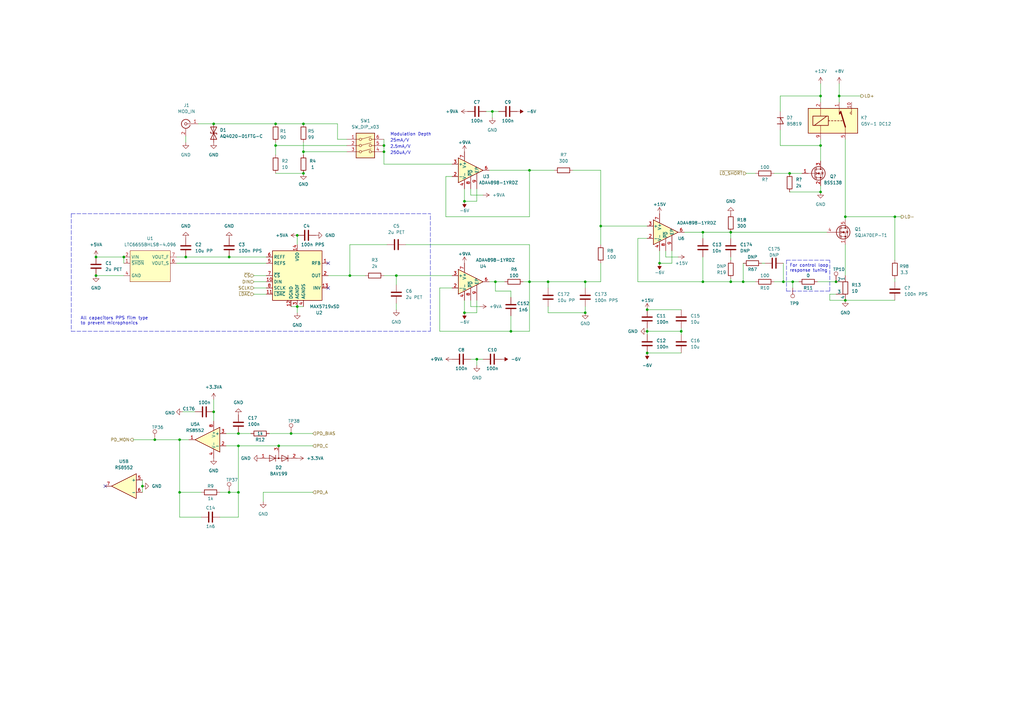
<source format=kicad_sch>
(kicad_sch (version 20211123) (generator eeschema)
  (paper "A3")
  (title_block (title "Kirdy") (date "2022-07-03") (rev "r0.1") (company "M-Labs") (comment 1 "Alex Wong Tat Hang"))
  (lib_symbols
    (symbol "Amplifier_Operational:ADA4898-1YRDZ" (pin_names (offset 0.127))
      (property "Reference" "U" (at 3.81 3.81 0))
      (property "Value" "ADA4898-1YRDZ" (at 11.43 -2.54 0))
      (symbol "ADA4898-1YRDZ_1_1"
        (pin input line (at -7.62 -2.54 0) (length 2.54) (name "-") (number "2"))
        (pin input line (at -7.62 2.54 0) (length 2.54) (name "+") (number "3"))
        (pin power_in line (at -2.54 -7.62 90) (length 3.81) (name "V-") (number "4"))
        (pin output line (at 7.62 0 180) (length 2.54) (name "~") (number "6"))
        (pin power_in line (at -2.54 7.62 270) (length 3.81) (name "V+") (number "7"))
        (pin input line (at 0 -7.62 90) (length 5.08) (name "~{PD}") (number "8"))
        (pin passive line (at 2.54 -7.62 90) (length 6.35) (name "EP") (number "9"))
      )
    )
    (symbol "Analog_DAC:MAX5719xSD"
      (property "Reference" "U" (at -10.16 11.43 0))
      (property "Value" "MAX5719xSD" (at 1.27 11.43 0))
      (symbol "MAX5719xSD_1_1"
        (pin passive line (at 12.7 5.08 180) (length 2.54) (name "RFB") (number "1"))
        (pin input line (at -12.7 -2.54 0) (length 2.54) (name "DIN") (number "10"))
        (pin input line (at -12.7 -7.62 0) (length 2.54) (name "~{LDAC}") (number "11"))
        (pin power_in line (at -2.54 -12.7 90) (length 2.54) (name "DGND") (number "12"))
        (pin passive line (at 12.7 -5.08 180) (length 2.54) (name "INV") (number "13"))
        (pin power_in line (at 0 12.7 270) (length 2.54) (name "VDD") (number "14"))
        (pin output line (at 12.7 0 180) (length 2.54) (name "OUT") (number "2"))
        (pin power_in line (at 0 -12.7 90) (length 2.54) (name "AGNDF") (number "3"))
        (pin power_in line (at 2.54 -12.7 90) (length 2.54) (name "AGNDS") (number "4"))
        (pin input line (at -12.7 5.08 0) (length 2.54) (name "REFS") (number "5"))
        (pin input line (at -12.7 7.62 0) (length 2.54) (name "REFF") (number "6"))
        (pin input line (at -12.7 0 0) (length 2.54) (name "~{CS}") (number "7"))
        (pin input line (at -12.7 -5.08 0) (length 2.54) (name "SCLK") (number "8"))
        (pin no_connect line (at 10.16 -7.62 180) (length 2.54) hide (name "NC") (number "9"))
      )
    )
    (symbol "Connector:Conn_Coaxial" (pin_names (offset 1.016) hide)
      (property "Reference" "J" (at 0.254 3.048 0))
      (property "Value" "Conn_Coaxial" (at 2.921 0 90))
      (symbol "Conn_Coaxial_1_1"
        (pin passive line (at -5.08 0 0) (length 2.54) (name "In") (number "1"))
        (pin passive line (at 0 -5.08 90) (length 2.54) (name "Ext") (number "2"))
      )
    )
    (symbol "Connector:TestPoint" (pin_numbers hide) (pin_names (offset 0.762) hide)
      (property "Reference" "TP" (at 0 6.858 0))
      (property "Value" "TestPoint" (at 0 5.08 0))
      (symbol "TestPoint_1_1"
        (pin passive line (at 0 0 90) (length 2.54) (name "1") (number "1"))
      )
    )
    (symbol "Device:C" (pin_numbers hide) (pin_names (offset 0.254))
      (property "Reference" "C" (at 0.635 2.54 0))
      (property "Value" "C" (at 0.635 -2.54 0))
      (symbol "C_1_1"
        (pin passive line (at 0 3.81 270) (length 2.794) (name "~") (number "1"))
        (pin passive line (at 0 -3.81 90) (length 2.794) (name "~") (number "2"))
      )
    )
    (symbol "Device:D_Shockley" (pin_numbers hide) (pin_names (offset 1.016) hide)
      (property "Reference" "D" (at 0 2.54 0))
      (property "Value" "D_Shockley" (at 0 -2.54 0))
      (symbol "D_Shockley_1_1"
        (pin passive line (at -3.81 0 0) (length 2.54) (name "K") (number "1"))
        (pin passive line (at 3.81 0 180) (length 2.54) (name "A") (number "2"))
      )
    )
    (symbol "Device:D_TVS" (pin_numbers hide) (pin_names (offset 1.016) hide)
      (property "Reference" "D" (at 0 2.54 0))
      (property "Value" "D_TVS" (at 0 -2.54 0))
      (symbol "D_TVS_1_1"
        (pin passive line (at -3.81 0 0) (length 2.54) (name "A1") (number "1"))
        (pin passive line (at 3.81 0 180) (length 2.54) (name "A2") (number "2"))
      )
    )
    (symbol "Device:R" (pin_numbers hide) (pin_names (offset 0))
      (property "Reference" "R" (at 2.032 0 90))
      (property "Value" "R" (at 0 0 90))
      (symbol "R_1_1"
        (pin passive line (at 0 3.81 270) (length 1.27) (name "~") (number "1"))
        (pin passive line (at 0 -3.81 90) (length 1.27) (name "~") (number "2"))
      )
    )
    (symbol "Device:R_Shunt" (pin_numbers hide) (pin_names (offset 0))
      (property "Reference" "R" (at -4.445 0 90))
      (property "Value" "R_Shunt" (at -2.54 0 90))
      (symbol "R_Shunt_1_1"
        (pin passive line (at 0 5.08 270) (length 2.54) (name "1") (number "1"))
        (pin passive line (at 3.81 2.54 180) (length 2.54) (name "2") (number "2"))
        (pin passive line (at 3.81 -2.54 180) (length 2.54) (name "3") (number "3"))
        (pin passive line (at 0 -5.08 90) (length 2.54) (name "4") (number "4"))
      )
    )
    (symbol "Diode:BAV99" (pin_names hide)
      (property "Reference" "D" (at 0 5.08 0))
      (property "Value" "BAV99" (at 0 2.54 0))
      (symbol "BAV99_1_1"
        (pin passive line (at -7.62 0 0) (length 2.54) (name "K") (number "1"))
        (pin passive line (at 7.62 0 180) (length 2.54) (name "A") (number "2"))
        (pin passive line (at 0 -5.08 90) (length 2.54) (name "K") (number "3"))
      )
    )
    (symbol "Relay:G5V-1"
      (property "Reference" "K" (at 11.43 3.81 0))
      (property "Value" "G5V-1" (at 11.43 1.27 0))
      (symbol "G5V-1_1_1"
        (pin passive line (at 2.54 7.62 270) (length 2.54) (name "~") (number "1"))
        (pin passive line (at 7.62 7.62 270) (length 2.54) (name "~") (number "10"))
        (pin passive line (at -5.08 7.62 270) (length 2.54) (name "~") (number "2"))
        (pin passive line (at 5.08 -7.62 90) (length 2.54) (name "~") (number "5"))
        (pin passive line (at 5.08 -7.62 90) (length 2.54) hide (name "~") (number "6"))
        (pin passive line (at -5.08 -7.62 90) (length 2.54) (name "~") (number "9"))
      )
    )
    (symbol "Switch:SW_DIP_x03" (pin_names (offset 0) hide)
      (property "Reference" "SW" (at 0 8.89 0))
      (property "Value" "SW_DIP_x03" (at 0 -3.81 0))
      (symbol "SW_DIP_x03_1_1"
        (pin passive line (at -7.62 5.08 0) (length 5.08) (name "~") (number "1"))
        (pin passive line (at -7.62 2.54 0) (length 5.08) (name "~") (number "2"))
        (pin passive line (at -7.62 0 0) (length 5.08) (name "~") (number "3"))
        (pin passive line (at 7.62 0 180) (length 5.08) (name "~") (number "4"))
        (pin passive line (at 7.62 2.54 180) (length 5.08) (name "~") (number "5"))
        (pin passive line (at 7.62 5.08 180) (length 5.08) (name "~") (number "6"))
      )
    )
    (symbol "Transistor_FET:BSS138" (pin_names hide)
      (property "Reference" "Q" (at 5.08 1.905 0))
      (property "Value" "BSS138" (at 5.08 0 0))
      (symbol "BSS138_1_1"
        (pin input line (at -5.08 0 0) (length 2.54) (name "G") (number "1"))
        (pin passive line (at 2.54 -5.08 90) (length 2.54) (name "S") (number "2"))
        (pin passive line (at 2.54 5.08 270) (length 2.54) (name "D") (number "3"))
      )
    )
    (symbol "Transistor_FET:CSD17507Q5A" (pin_names hide)
      (property "Reference" "Q" (at 5.08 1.905 0))
      (property "Value" "CSD17507Q5A" (at 5.08 0 0))
      (symbol "CSD17507Q5A_1_1"
        (pin passive line (at 2.54 -5.08 90) (length 2.54) (name "S") (number "1"))
        (pin passive line (at 2.54 -5.08 90) (length 2.54) hide (name "S") (number "2"))
        (pin passive line (at 2.54 -5.08 90) (length 2.54) hide (name "S") (number "3"))
        (pin passive line (at -5.08 0 0) (length 2.54) (name "G") (number "4"))
        (pin passive line (at 2.54 5.08 270) (length 2.54) (name "D") (number "5"))
      )
    )
    (symbol "kirdy:LTC6655"
      (property "Reference" "U" (at 0 -10.16 0))
      (property "Value" "LTC6655" (at 0 -7.62 0))
      (symbol "LTC6655_0_0"
        (pin input line (at -10.16 2.54 0) (length 2.54) (name "~{SHDN}") (number "1"))
        (pin power_in line (at -10.16 5.08 0) (length 2.54) (name "VIN") (number "2"))
        (pin power_in line (at -10.16 -2.54 0) (length 2.54) hide (name "GND") (number "3"))
        (pin power_in line (at -10.16 -2.54 0) (length 2.54) (name "GND") (number "4"))
        (pin power_in line (at -10.16 -2.54 0) (length 2.54) hide (name "GND") (number "5"))
        (pin passive line (at 11.43 2.54 180) (length 2.54) (name "VOUT_S") (number "6"))
        (pin output line (at 11.43 5.08 180) (length 2.54) (name "VOUT_F") (number "7"))
        (pin power_in line (at -10.16 -2.54 0) (length 2.54) hide (name "GND") (number "8"))
      )
    )
    (symbol "kirdy:RS8552" (pin_names (offset 0.127))
      (property "Reference" "U" (at 0 5.08 0))
      (property "Value" "RS8552" (at 0 -5.08 0))
      (symbol "RS8552_1_1"
        (pin output line (at 7.62 0 180) (length 2.54) (name "~") (number "1"))
        (pin input line (at -7.62 -2.54 0) (length 2.54) (name "-") (number "2"))
        (pin input line (at -7.62 2.54 0) (length 2.54) (name "+") (number "3"))
      )
      (symbol "RS8552_2_1"
        (pin input line (at -7.62 2.54 0) (length 2.54) (name "+") (number "5"))
        (pin input line (at -7.62 -2.54 0) (length 2.54) (name "-") (number "6"))
        (pin output line (at 7.62 0 180) (length 2.54) (name "~") (number "7"))
      )
      (symbol "RS8552_3_1"
        (pin power_in line (at -2.54 -7.62 90) (length 3.81) (name "V-") (number "4"))
        (pin power_in line (at -2.54 7.62 270) (length 3.81) (name "V+") (number "8"))
      )
    )
    (symbol "power:+12V" (power) (pin_names (offset 0))
      (property "Value" "+12V" (at 0 3.556 0))
      (symbol "+12V_1_1"
        (pin power_in line (at 0 0 90) (length 0) hide (name "+12V") (number "1"))
      )
    )
    (symbol "power:+15V" (power) (pin_names (offset 0))
      (property "Value" "+15V" (at 0 3.556 0))
      (symbol "+15V_1_1"
        (pin power_in line (at 0 0 90) (length 0) hide (name "+15V") (number "1"))
      )
    )
    (symbol "power:+3.3VA" (power) (pin_names (offset 0))
      (property "Value" "+3.3VA" (at 0 3.556 0))
      (symbol "+3.3VA_1_1"
        (pin power_in line (at 0 0 90) (length 0) hide (name "+3.3VA") (number "1"))
      )
    )
    (symbol "power:+5VA" (power) (pin_names (offset 0))
      (property "Value" "+5VA" (at 0 3.556 0))
      (symbol "+5VA_1_1"
        (pin power_in line (at 0 0 90) (length 0) hide (name "+5VA") (number "1"))
      )
    )
    (symbol "power:+8V" (power) (pin_names (offset 0))
      (property "Value" "+8V" (at 0 3.556 0))
      (symbol "+8V_1_1"
        (pin power_in line (at 0 0 90) (length 0) hide (name "+8V") (number "1"))
      )
    )
    (symbol "power:+9VA" (power) (pin_names (offset 0))
      (property "Value" "+9VA" (at 0 3.81 0))
      (symbol "+9VA_1_1"
        (pin power_in line (at 0 0 90) (length 0) hide (name "+9VA") (number "1"))
      )
    )
    (symbol "power:-6V" (power) (pin_names (offset 0))
      (property "Value" "-6V" (at 0 3.81 0))
      (symbol "-6V_0_0"
        (pin power_in line (at 0 0 90) (length 0) hide (name "-6V") (number "1"))
      )
    )
    (symbol "power:GND" (power) (pin_names (offset 0))
      (property "Value" "GND" (at 0 -3.81 0))
      (symbol "GND_1_1"
        (pin power_in line (at 0 0 270) (length 0) hide (name "GND") (number "1"))
      )
    )
  )
  (junction (at 270.51 107.95))
  (junction (at 124.46 71.12))
  (junction (at 217.17 69.85))
  (junction (at 342.9 115.57))
  (junction (at 265.43 135.89))
  (junction (at 93.98 201.93))
  (junction (at 203.2 115.57))
  (junction (at 97.79 177.8))
  (junction (at 121.92 96.52))
  (junction (at 336.55 59.69))
  (junction (at 288.29 95.25))
  (junction (at 367.03 88.9))
  (junction (at 336.55 39.37))
  (junction (at 346.71 88.9))
  (junction (at 87.63 50.8))
  (junction (at 201.93 45.72))
  (junction (at 157.48 62.23))
  (junction (at 240.03 115.57))
  (junction (at 97.79 201.93))
  (junction (at 195.58 147.32))
  (junction (at 299.72 115.57))
  (junction (at 265.43 127))
  (junction (at 190.5 128.27))
  (junction (at 124.46 50.8))
  (junction (at 217.17 115.57))
  (junction (at 224.79 115.57))
  (junction (at 190.5 82.55))
  (junction (at 325.12 115.57))
  (junction (at 288.29 115.57))
  (junction (at 143.51 113.03))
  (junction (at 336.55 78.74))
  (junction (at 299.72 95.25))
  (junction (at 113.03 50.8))
  (junction (at 119.38 177.8))
  (junction (at 73.66 180.34))
  (junction (at 58.42 199.39))
  (junction (at 97.79 182.88))
  (junction (at 162.56 113.03))
  (junction (at 76.2 105.41))
  (junction (at 279.4 135.89))
  (junction (at 246.38 92.71))
  (junction (at 63.5 180.34))
  (junction (at 50.8 105.41))
  (junction (at 346.71 123.19))
  (junction (at 265.43 144.78))
  (junction (at 93.98 105.41))
  (junction (at 114.3 182.88))
  (junction (at 39.37 113.03))
  (junction (at 240.03 128.27))
  (junction (at 113.03 59.69))
  (junction (at 73.66 201.93))
  (junction (at 344.17 39.37))
  (junction (at 304.8 115.57))
  (junction (at 87.63 168.91))
  (junction (at 124.46 62.23))
  (junction (at 121.92 125.73))
  (junction (at 209.55 135.89))
  (junction (at 39.37 105.41))
  (junction (at 157.48 59.69))
  (junction (at 323.85 71.12))
  (junction (at 321.31 115.57))
  (no_connect (at 134.62 118.11))
  (no_connect (at 43.18 199.39))
  (no_connect (at 134.62 107.95))
  (wire (pts (xy 162.56 124.46) (xy 162.56 127)))
  (wire (pts (xy 104.14 113.03) (xy 109.22 113.03)))
  (wire (pts (xy 54.61 180.34) (xy 63.5 180.34)))
  (wire (pts (xy 50.8 105.41) (xy 50.8 107.95)))
  (wire (pts (xy 157.48 59.69) (xy 157.48 62.23)))
  (wire (pts (xy 323.85 71.12) (xy 328.93 71.12)))
  (wire (pts (xy 217.17 115.57) (xy 224.79 115.57)))
  (wire (pts (xy 114.3 182.88) (xy 128.27 182.88)))
  (wire (pts (xy 113.03 71.12) (xy 124.46 71.12)))
  (wire (pts (xy 335.28 115.57) (xy 342.9 115.57)))
  (wire (pts (xy 288.29 95.25) (xy 299.72 95.25)))
  (wire (pts (xy 93.98 201.93) (xy 97.79 201.93)))
  (wire (pts (xy 97.79 201.93) (xy 97.79 182.88)))
  (wire (pts (xy 325.12 118.11) (xy 325.12 115.57)))
  (wire (pts (xy 240.03 115.57) (xy 246.38 115.57)))
  (wire (pts (xy 265.43 135.89) (xy 265.43 137.16)))
  (wire (pts (xy 320.04 59.69) (xy 336.55 59.69)))
  (wire (pts (xy 346.71 90.17) (xy 346.71 88.9)))
  (wire (pts (xy 166.37 100.33) (xy 217.17 100.33)))
  (wire (pts (xy 138.43 57.15) (xy 142.24 57.15)))
  (wire (pts (xy 76.2 58.42) (xy 76.2 55.88)))
  (wire (pts (xy 240.03 118.11) (xy 240.03 115.57)))
  (wire (pts (xy 288.29 95.25) (xy 288.29 97.79)))
  (wire (pts (xy 280.67 95.25) (xy 288.29 95.25)))
  (wire (pts (xy 193.04 125.73) (xy 196.85 125.73)))
  (wire (pts (xy 336.55 34.29) (xy 336.55 39.37)))
  (wire (pts (xy 124.46 58.42) (xy 124.46 62.23)))
  (wire (pts (xy 246.38 107.95) (xy 246.38 115.57)))
  (wire (pts (xy 367.03 114.3) (xy 367.03 115.57)))
  (wire (pts (xy 299.72 95.25) (xy 339.09 95.25)))
  (wire (pts (xy 81.28 50.8) (xy 87.63 50.8)))
  (polyline (pts (xy 322.58 119.38) (xy 340.36 119.38)))
  (wire (pts (xy 104.14 118.11) (xy 109.22 118.11)))
  (wire (pts (xy 107.95 201.93) (xy 128.27 201.93)))
  (wire (pts (xy 336.55 59.69) (xy 336.55 66.04)))
  (wire (pts (xy 273.05 105.41) (xy 278.13 105.41)))
  (polyline (pts (xy 322.58 106.68) (xy 340.36 106.68)))
  (wire (pts (xy 340.36 120.65) (xy 340.36 123.19)))
  (wire (pts (xy 157.48 57.15) (xy 157.48 59.69)))
  (wire (pts (xy 299.72 105.41) (xy 299.72 106.68)))
  (wire (pts (xy 73.66 201.93) (xy 73.66 180.34)))
  (wire (pts (xy 76.2 105.41) (xy 93.98 105.41)))
  (wire (pts (xy 104.14 115.57) (xy 109.22 115.57)))
  (wire (pts (xy 113.03 58.42) (xy 113.03 59.69)))
  (wire (pts (xy 200.66 69.85) (xy 217.17 69.85)))
  (wire (pts (xy 201.93 45.72) (xy 201.93 48.26)))
  (wire (pts (xy 306.07 71.12) (xy 309.88 71.12)))
  (wire (pts (xy 224.79 115.57) (xy 240.03 115.57)))
  (wire (pts (xy 217.17 88.9) (xy 217.17 69.85)))
  (wire (pts (xy 209.55 135.89) (xy 217.17 135.89)))
  (wire (pts (xy 162.56 113.03) (xy 185.42 113.03)))
  (wire (pts (xy 320.04 53.34) (xy 320.04 59.69)))
  (wire (pts (xy 157.48 113.03) (xy 162.56 113.03)))
  (wire (pts (xy 336.55 57.15) (xy 336.55 59.69)))
  (wire (pts (xy 299.72 95.25) (xy 299.72 97.79)))
  (wire (pts (xy 217.17 135.89) (xy 217.17 115.57)))
  (wire (pts (xy 367.03 88.9) (xy 346.71 88.9)))
  (wire (pts (xy 82.55 212.09) (xy 73.66 212.09)))
  (wire (pts (xy 240.03 128.27) (xy 240.03 125.73)))
  (wire (pts (xy 72.39 107.95) (xy 109.22 107.95)))
  (wire (pts (xy 124.46 62.23) (xy 142.24 62.23)))
  (wire (pts (xy 214.63 115.57) (xy 217.17 115.57)))
  (wire (pts (xy 279.4 135.89) (xy 265.43 135.89)))
  (wire (pts (xy 201.93 45.72) (xy 204.47 45.72)))
  (wire (pts (xy 180.34 118.11) (xy 180.34 135.89)))
  (wire (pts (xy 195.58 82.55) (xy 195.58 77.47)))
  (wire (pts (xy 190.5 77.47) (xy 190.5 82.55)))
  (wire (pts (xy 195.58 128.27) (xy 195.58 123.19)))
  (wire (pts (xy 143.51 100.33) (xy 143.51 113.03)))
  (wire (pts (xy 119.38 177.8) (xy 128.27 177.8)))
  (wire (pts (xy 158.75 100.33) (xy 143.51 100.33)))
  (polyline (pts (xy 29.21 87.63) (xy 176.53 87.63)))
  (wire (pts (xy 346.71 123.19) (xy 367.03 123.19)))
  (wire (pts (xy 107.95 205.74) (xy 107.95 201.93)))
  (wire (pts (xy 195.58 147.32) (xy 198.12 147.32)))
  (wire (pts (xy 87.63 50.8) (xy 113.03 50.8)))
  (wire (pts (xy 304.8 107.95) (xy 304.8 115.57)))
  (wire (pts (xy 193.04 77.47) (xy 193.04 80.01)))
  (wire (pts (xy 113.03 50.8) (xy 124.46 50.8)))
  (wire (pts (xy 190.5 82.55) (xy 195.58 82.55)))
  (wire (pts (xy 193.04 147.32) (xy 195.58 147.32)))
  (wire (pts (xy 321.31 115.57) (xy 325.12 115.57)))
  (wire (pts (xy 246.38 69.85) (xy 246.38 92.71)))
  (wire (pts (xy 270.51 107.95) (xy 275.59 107.95)))
  (wire (pts (xy 199.39 45.72) (xy 201.93 45.72)))
  (wire (pts (xy 344.17 39.37) (xy 344.17 41.91)))
  (wire (pts (xy 185.42 72.39) (xy 182.88 72.39)))
  (polyline (pts (xy 340.36 119.38) (xy 340.36 106.68)))
  (wire (pts (xy 340.36 120.65) (xy 342.9 120.65)))
  (wire (pts (xy 63.5 180.34) (xy 73.66 180.34)))
  (wire (pts (xy 90.17 201.93) (xy 93.98 201.93)))
  (wire (pts (xy 72.39 105.41) (xy 76.2 105.41)))
  (wire (pts (xy 180.34 135.89) (xy 209.55 135.89)))
  (wire (pts (xy 193.04 123.19) (xy 193.04 125.73)))
  (wire (pts (xy 134.62 113.03) (xy 143.51 113.03)))
  (wire (pts (xy 209.55 119.38) (xy 203.2 119.38)))
  (wire (pts (xy 93.98 105.41) (xy 109.22 105.41)))
  (wire (pts (xy 317.5 115.57) (xy 321.31 115.57)))
  (wire (pts (xy 110.49 177.8) (xy 119.38 177.8)))
  (wire (pts (xy 234.95 69.85) (xy 246.38 69.85)))
  (wire (pts (xy 39.37 105.41) (xy 50.8 105.41)))
  (wire (pts (xy 87.63 163.83) (xy 87.63 168.91)))
  (wire (pts (xy 39.37 113.03) (xy 50.8 113.03)))
  (wire (pts (xy 92.71 177.8) (xy 97.79 177.8)))
  (wire (pts (xy 369.57 88.9) (xy 367.03 88.9)))
  (wire (pts (xy 190.5 128.27) (xy 195.58 128.27)))
  (wire (pts (xy 124.46 62.23) (xy 124.46 63.5)))
  (wire (pts (xy 270.51 102.87) (xy 270.51 107.95)))
  (polyline (pts (xy 29.21 87.63) (xy 29.21 135.89)))
  (wire (pts (xy 325.12 115.57) (xy 327.66 115.57)))
  (wire (pts (xy 113.03 59.69) (xy 142.24 59.69)))
  (wire (pts (xy 261.62 115.57) (xy 261.62 97.79)))
  (wire (pts (xy 73.66 212.09) (xy 73.66 201.93)))
  (wire (pts (xy 121.92 96.52) (xy 121.92 100.33)))
  (wire (pts (xy 273.05 102.87) (xy 273.05 105.41)))
  (wire (pts (xy 157.48 67.31) (xy 185.42 67.31)))
  (wire (pts (xy 73.66 201.93) (xy 82.55 201.93)))
  (polyline (pts (xy 322.58 106.68) (xy 322.58 119.38)))
  (wire (pts (xy 217.17 69.85) (xy 227.33 69.85)))
  (wire (pts (xy 336.55 39.37) (xy 336.55 41.91)))
  (wire (pts (xy 97.79 177.8) (xy 102.87 177.8)))
  (wire (pts (xy 304.8 115.57) (xy 309.88 115.57)))
  (wire (pts (xy 58.42 196.85) (xy 58.42 199.39)))
  (wire (pts (xy 344.17 39.37) (xy 353.06 39.37)))
  (wire (pts (xy 288.29 115.57) (xy 261.62 115.57)))
  (wire (pts (xy 182.88 88.9) (xy 217.17 88.9)))
  (wire (pts (xy 119.38 125.73) (xy 121.92 125.73)))
  (wire (pts (xy 58.42 199.39) (xy 58.42 201.93)))
  (wire (pts (xy 246.38 92.71) (xy 265.43 92.71)))
  (wire (pts (xy 367.03 88.9) (xy 367.03 106.68)))
  (wire (pts (xy 104.14 120.65) (xy 109.22 120.65)))
  (wire (pts (xy 143.51 113.03) (xy 149.86 113.03)))
  (wire (pts (xy 193.04 80.01) (xy 198.12 80.01)))
  (wire (pts (xy 246.38 92.71) (xy 246.38 100.33)))
  (polyline (pts (xy 29.21 135.89) (xy 176.53 135.89)))
  (wire (pts (xy 224.79 125.73) (xy 224.79 128.27)))
  (wire (pts (xy 299.72 114.3) (xy 299.72 115.57)))
  (wire (pts (xy 346.71 57.15) (xy 346.71 88.9)))
  (wire (pts (xy 74.93 168.91) (xy 80.01 168.91)))
  (wire (pts (xy 90.17 212.09) (xy 97.79 212.09)))
  (wire (pts (xy 190.5 123.19) (xy 190.5 128.27)))
  (wire (pts (xy 87.63 168.91) (xy 87.63 172.72)))
  (wire (pts (xy 224.79 118.11) (xy 224.79 115.57)))
  (wire (pts (xy 92.71 182.88) (xy 97.79 182.88)))
  (wire (pts (xy 203.2 119.38) (xy 203.2 115.57)))
  (wire (pts (xy 321.31 107.95) (xy 321.31 115.57)))
  (wire (pts (xy 97.79 212.09) (xy 97.79 201.93)))
  (wire (pts (xy 73.66 180.34) (xy 77.47 180.34)))
  (wire (pts (xy 320.04 39.37) (xy 336.55 39.37)))
  (wire (pts (xy 209.55 129.54) (xy 209.55 135.89)))
  (wire (pts (xy 279.4 134.62) (xy 279.4 135.89)))
  (wire (pts (xy 344.17 34.29) (xy 344.17 39.37)))
  (wire (pts (xy 312.42 107.95) (xy 313.69 107.95)))
  (wire (pts (xy 323.85 78.74) (xy 336.55 78.74)))
  (wire (pts (xy 113.03 59.69) (xy 113.03 63.5)))
  (wire (pts (xy 121.92 125.73) (xy 121.92 128.27)))
  (wire (pts (xy 217.17 100.33) (xy 217.17 115.57)))
  (wire (pts (xy 279.4 135.89) (xy 279.4 137.16)))
  (wire (pts (xy 162.56 113.03) (xy 162.56 116.84)))
  (wire (pts (xy 157.48 62.23) (xy 157.48 67.31)))
  (wire (pts (xy 124.46 50.8) (xy 138.43 50.8)))
  (wire (pts (xy 203.2 115.57) (xy 207.01 115.57)))
  (wire (pts (xy 336.55 76.2) (xy 336.55 78.74)))
  (wire (pts (xy 317.5 71.12) (xy 323.85 71.12)))
  (wire (pts (xy 340.36 123.19) (xy 346.71 123.19)))
  (wire (pts (xy 185.42 118.11) (xy 180.34 118.11)))
  (wire (pts (xy 320.04 45.72) (xy 320.04 39.37)))
  (wire (pts (xy 265.43 134.62) (xy 265.43 135.89)))
  (wire (pts (xy 224.79 128.27) (xy 240.03 128.27)))
  (wire (pts (xy 265.43 127) (xy 279.4 127)))
  (wire (pts (xy 97.79 182.88) (xy 114.3 182.88)))
  (wire (pts (xy 288.29 115.57) (xy 299.72 115.57)))
  (wire (pts (xy 209.55 121.92) (xy 209.55 119.38)))
  (wire (pts (xy 265.43 144.78) (xy 279.4 144.78)))
  (wire (pts (xy 200.66 115.57) (xy 203.2 115.57)))
  (wire (pts (xy 346.71 100.33) (xy 346.71 113.03)))
  (wire (pts (xy 138.43 50.8) (xy 138.43 57.15)))
  (wire (pts (xy 275.59 107.95) (xy 275.59 102.87)))
  (wire (pts (xy 288.29 105.41) (xy 288.29 115.57)))
  (wire (pts (xy 195.58 147.32) (xy 195.58 149.86)))
  (wire (pts (xy 299.72 115.57) (xy 304.8 115.57)))
  (polyline (pts (xy 176.53 135.89) (xy 176.53 87.63)))
  (wire (pts (xy 121.92 125.73) (xy 124.46 125.73)))
  (wire (pts (xy 182.88 72.39) (xy 182.88 88.9)))
  (wire (pts (xy 261.62 97.79) (xy 265.43 97.79)))
  (text "250uA/V" (at 160.02 63.5 0) (effects (font (size 1.27 1.27)) (justify left bottom)))
  (text "All capacitors PPS film type\nto prevent microphonics " (at 33.02 133.35 0) (effects (font (size 1.27 1.27)) (justify left bottom)))
  (text "2.5mA/V" (at 160.02 60.96 0) (effects (font (size 1.27 1.27)) (justify left bottom)))
  (text "For control loop\nresponse tuning" (at 323.85 111.76 0) (effects (font (size 1.27 1.27)) (justify left bottom)))
  (text "25mA/V" (at 160.02 58.42 0) (effects (font (size 1.27 1.27)) (justify left bottom)))
  (text "Modulation Depth" (at 160.02 55.88 0) (effects (font (size 1.27 1.27)) (justify left bottom)))
  (hierarchical_label "~{LDAC}" (shape input) (at 104.14 120.65 180))
  (hierarchical_label "PD_BIAS" (shape input) (at 128.27 177.8 0))
  (hierarchical_label "~{LD_SHORT}" (shape input) (at 306.07 71.12 180))
  (hierarchical_label "LD+" (shape output) (at 353.06 39.37 0))
  (hierarchical_label "SCLK" (shape input) (at 104.14 118.11 180))
  (hierarchical_label "PD_MON" (shape output) (at 54.61 180.34 180))
  (hierarchical_label "PD_C" (shape input) (at 128.27 182.88 0))
  (hierarchical_label "PD_A" (shape input) (at 128.27 201.93 0))
  (hierarchical_label "DIN" (shape input) (at 104.14 115.57 180))
  (hierarchical_label "LD-" (shape output) (at 369.57 88.9 0))
  (hierarchical_label "~{CS}" (shape input) (at 104.14 113.03 180))
  (symbol (lib_id "Connector:TestPoint") (at 342.9 115.57 0) (unit 1)
    (property "Reference" "TP10" (at 341.63 110.49 0) (effects (justify left)))
    (property "Value" "TestPoint" (effects hide))
    (property "Footprint" "TestPoint:TestPoint_Pad_2.0x2.0mm" (effects hide))
  )
  (symbol (lib_id "Device:C") (at 97.79 173.99 0) (unit 1)
    (property "Reference" "C17" (at 101.6 171.45 0) (effects (justify left)))
    (property "Value" "100n" (at 101.6 173.99 0) (effects (justify left)))
    (property "Footprint" "Capacitor_SMD:C_0603_1608Metric" (effects hide))
    (property "MFR_PN" "CL10B104KB8NNWC" (effects hide))
    (property "MFR_PN_ALT" "CL10B104KB8NNNL" (effects hide))
  )
  (symbol (lib_id "Device:R") (at 299.72 110.49 180) (unit 1)
    (property "Reference" "R19" (at 295.91 111.76 0))
    (property "Value" "DNP" (at 295.91 109.22 0))
    (property "Footprint" "Resistor_SMD:R_0603_1608Metric" (effects hide))
  )
  (symbol (lib_id "Device:R") (at 299.72 91.44 180) (unit 1)
    (property "Reference" "R18" (at 302.26 90.1699 0) (effects (justify right)))
    (property "Value" "300" (at 302.26 92.7099 0) (effects (justify right)))
    (property "Footprint" "Resistor_SMD:R_0603_1608Metric" (effects hide))
    (property "MFR_PN" "WR06X1000FTL" (effects hide))
    (property "MFR_PN_ALT" "RMCF0603FT100R" (effects hide))
  )
  (symbol (lib_id "Diode:BAV99") (at 114.3 187.96 0) (mirror x) (unit 1)
    (property "Reference" "D2" (at 114.3 191.77 0))
    (property "Value" "BAV199" (at 114.3 194.31 0))
    (property "Footprint" "Package_TO_SOT_SMD:SOT-23" (effects hide))
    (property "Datasheet" "https://assets.nexperia.com/documents/data-sheet/BAV99_SER.pdf" (effects hide))
    (property "MFR_PN" "BAV199W-7" (effects hide))
    (property "MFR_PN_ALT" "BAV199E6327HTSA1" (effects hide))
  )
  (symbol (lib_id "power:GND") (at 74.93 168.91 270) (unit 1)
    (property "Reference" "#PWR0130" (effects hide))
    (property "Value" "GND" (at 71.7551 169.3438 90) (effects (justify right)))
  )
  (symbol (lib_id "power:GND") (at 106.68 187.96 270) (unit 1)
    (property "Reference" "#PWR036" (effects hide))
    (property "Value" "GND" (at 102.87 187.9599 90) (effects (justify right)))
  )
  (symbol (lib_id "Device:D_Shockley") (at 320.04 49.53 270) (unit 1)
    (property "Reference" "D?" (at 322.58 48.2599 90) (effects (justify left)))
    (property "Value" "B5819" (at 322.58 50.7999 90) (effects (justify left)))
    (property "Footprint" "Diode_SMD:D_SOD-323" (effects hide))
    (property "MFR_PN" "B5819WS-TP" (effects hide))
  )
  (symbol (lib_id "Device:R") (at 323.85 74.93 180) (unit 1)
    (property "Reference" "R?" (at 326.39 73.6599 0) (effects (justify right)))
    (property "Value" "2k" (at 326.39 76.1999 0) (effects (justify right)))
    (property "Footprint" "Resistor_SMD:R_0603_1608Metric" (effects hide))
    (property "MFR_PN" "RC0603FR-072KL" (effects hide))
    (property "MFR_PN_ALT" "ERJ-3EKF2001V" (effects hide))
  )
  (symbol (lib_id "power:GND") (at 336.55 78.74 0) (unit 1)
    (property "Reference" "#PWR?" (effects hide))
    (property "Value" "GND" (at 336.55 83.82 0))
  )
  (symbol (lib_id "power:-6V") (at 212.09 45.72 270) (unit 1)
    (property "Reference" "#PWR022" (effects hide))
    (property "Value" "-6V" (at 215.9 45.7199 90) (effects (justify left)))
  )
  (symbol (lib_id "Device:C") (at 162.56 100.33 90) (unit 1)
    (property "Reference" "C5" (at 162.56 92.71 90))
    (property "Value" "2u PET" (at 162.56 95.25 90))
    (property "Footprint" "Capacitor_SMD:C_1812_4532Metric" (effects hide))
    (property "MFR_PN" "35MU225MC14532" (effects hide))
  )
  (symbol (lib_id "power:+15V") (at 265.43 127 0) (unit 1)
    (property "Reference" "#PWR028" (effects hide))
    (property "Value" "+15V" (at 265.43 123.19 0))
  )
  (symbol (lib_id "Device:R") (at 331.47 115.57 90) (unit 1)
    (property "Reference" "R11" (at 331.47 118.11 90))
    (property "Value" "0" (at 331.47 113.03 90))
    (property "Footprint" "Resistor_SMD:R_0603_1608Metric" (effects hide))
    (property "MFR_PN" "RMCF0603ZT0R00" (effects hide))
    (property "MFR_PN_ALT" "CR0603-J/-000ELF" (effects hide))
  )
  (symbol (lib_id "power:-6V") (at 205.74 147.32 270) (unit 1)
    (property "Reference" "#PWR023" (effects hide))
    (property "Value" "-6V" (at 209.55 147.3199 90) (effects (justify left)))
  )
  (symbol (lib_id "Device:C") (at 208.28 45.72 90) (unit 1)
    (property "Reference" "C9" (at 208.28 41.91 90))
    (property "Value" "100n" (at 208.28 49.53 90))
    (property "Footprint" "Capacitor_SMD:C_0603_1608Metric" (effects hide))
    (property "MFR_PN" "CL10B104KB8NNWC" (effects hide))
    (property "MFR_PN_ALT" "CL10B104KB8NNNL" (effects hide))
  )
  (symbol (lib_id "Relay:G5V-1") (at 341.63 49.53 0) (unit 1)
    (property "Reference" "K?" (at 353.06 48.2599 0) (effects (justify left)))
    (property "Value" "G5V-1 DC12" (at 353.06 50.7999 0) (effects (justify left)))
    (property "Footprint" "Relay_THT:Relay_SPDT_Omron_G5V-1" (effects hide))
    (property "Datasheet" "http://omronfs.omron.com/en_US/ecb/products/pdf/en-g5v_1.pdf" (effects hide))
  )
  (symbol (lib_id "power:GND") (at 97.79 170.18 180) (unit 1)
    (property "Reference" "#PWR033" (effects hide))
    (property "Value" "GND" (at 97.79 165.1 0))
  )
  (symbol (lib_id "power:+5VA") (at 39.37 105.41 0) (unit 1)
    (property "Reference" "#PWR01" (effects hide))
    (property "Value" "+5VA" (at 39.37 100.33 0))
  )
  (symbol (lib_id "Device:C") (at 279.4 140.97 0) (unit 1)
    (property "Reference" "C16" (at 283.21 139.6999 0) (effects (justify left)))
    (property "Value" "10u" (at 283.21 142.2399 0) (effects (justify left)))
    (property "Footprint" "Capacitor_SMD:C_0805_2012Metric" (effects hide))
    (property "MFR_PN" "CL21B106KOQNNNG" (effects hide))
    (property "MFR_PN_ALT" "CL21B106KOQNNNE" (effects hide))
  )
  (symbol (lib_id "Device:C") (at 76.2 101.6 0) (unit 1)
    (property "Reference" "C2" (at 80.01 100.3299 0) (effects (justify left)))
    (property "Value" "10u PP" (at 80.01 102.8699 0) (effects (justify left)))
    (property "Footprint" "Capacitor_SMD:C_1812_4532Metric" (effects hide))
    (property "MFR_PN" "16MU106MC44532" (effects hide))
  )
  (symbol (lib_id "Connector:TestPoint") (at 325.12 118.11 180) (unit 1)
    (property "Reference" "TP9" (at 327.66 124.46 0) (effects (justify left)))
    (property "Value" "TestPoint" (effects hide))
    (property "Footprint" "TestPoint:TestPoint_Pad_2.0x2.0mm" (effects hide))
  )
  (symbol (lib_id "Device:C") (at 299.72 101.6 0) (unit 1)
    (property "Reference" "C174" (at 303.53 100.3299 0) (effects (justify left)))
    (property "Value" "DNP" (at 303.53 102.8699 0) (effects (justify left)))
    (property "Footprint" "Capacitor_SMD:C_0603_1608Metric" (effects hide))
  )
  (symbol (lib_id "Device:R") (at 313.69 115.57 90) (unit 1)
    (property "Reference" "R10" (at 313.69 118.11 90))
    (property "Value" "100" (at 313.69 113.03 90))
    (property "Footprint" "Resistor_SMD:R_0603_1608Metric" (effects hide))
    (property "MFR_PN" "WR06X1000FTL" (effects hide))
    (property "MFR_PN_ALT" "RMCF0603FT100R" (effects hide))
  )
  (symbol (lib_id "Device:R") (at 367.03 110.49 180) (unit 1)
    (property "Reference" "R98" (at 370.84 109.22 0))
    (property "Value" "3.3" (at 370.84 111.76 0))
    (property "Footprint" "Resistor_SMD:R_0603_1608Metric" (effects hide))
  )
  (symbol (lib_id "power:GND") (at 121.92 128.27 0) (unit 1)
    (property "Reference" "#PWR06" (effects hide))
    (property "Value" "GND" (at 121.92 133.35 0))
  )
  (symbol (lib_id "Amplifier_Operational:ADA4898-1YRDZ") (at 273.05 95.25 0) (unit 1)
    (property "Reference" "U6" (at 279.4 97.79 0))
    (property "Value" "ADA4898-1YRDZ" (at 285.75 91.44 0))
    (property "Footprint" "Package_SO:SOIC-8-1EP_3.9x4.9mm_P1.27mm_EP2.29x3mm" (effects hide))
    (property "Datasheet" "https://www.analog.com/media/en/technical-documentation/data-sheets/ada4898-1_4898-2.pdf" (effects hide))
    (property "MFR_PN" "ADA4898-1YRDZ" (effects hide))
  )
  (symbol (lib_id "Device:C") (at 288.29 101.6 0) (unit 1)
    (property "Reference" "C13" (at 292.1 100.3299 0) (effects (justify left)))
    (property "Value" "10n" (at 292.1 102.8699 0) (effects (justify left)))
    (property "Footprint" "Capacitor_SMD:C_0603_1608Metric" (effects hide))
    (property "MFR_PN" "0603B103K500CT" (effects hide))
    (property "MFR_PN_ALT" "CL10B103KB8NNNC" (effects hide))
  )
  (symbol (lib_id "Connector:TestPoint") (at 119.38 177.8 0) (unit 1)
    (property "Reference" "TP38" (at 118.11 172.72 0) (effects (justify left)))
    (property "Value" "TestPoint" (effects hide))
    (property "Footprint" "TestPoint:TestPoint_Pad_2.0x2.0mm" (effects hide))
  )
  (symbol (lib_id "Device:C") (at 367.03 119.38 0) (unit 1)
    (property "Reference" "C?" (at 370.84 118.1099 0) (effects (justify left)))
    (property "Value" "100n PPS" (at 370.84 120.6499 0) (effects (justify left)))
    (property "Footprint" "Capacitor_SMD:C_1210_3225Metric" (effects hide))
    (property "MFR_PN" "ECH-U1C104JX5" (effects hide))
  )
  (symbol (lib_id "Device:R") (at 246.38 104.14 180) (unit 1)
    (property "Reference" "R8" (at 248.92 102.8699 0) (effects (justify right)))
    (property "Value" "100" (at 248.92 105.4099 0) (effects (justify right)))
    (property "Footprint" "Resistor_SMD:R_0603_1608Metric" (effects hide))
    (property "MFR_PN" "RT0603FRE07300RL" (effects hide))
    (property "MFR_PN_ALT" "RC0603FR-10300RL" (effects hide))
  )
  (symbol (lib_id "power:GND") (at 129.54 96.52 90) (unit 1)
    (property "Reference" "#PWR07" (effects hide))
    (property "Value" "GND" (at 133.35 96.5199 90) (effects (justify right)))
  )
  (symbol (lib_id "Device:R") (at 113.03 67.31 180) (unit 1)
    (property "Reference" "R2" (at 116.84 66.04 0))
    (property "Value" "10" (at 116.84 68.58 0))
    (property "Footprint" "Resistor_SMD:R_0603_1608Metric" (effects hide))
    (property "MFR_PN" "RT0603BRD0710RL" (effects hide))
    (property "MFR_PN_ALT" "WR06X10R0FTL" (effects hide))
  )
  (symbol (lib_id "power:GND") (at 39.37 113.03 0) (unit 1)
    (property "Reference" "#PWR02" (effects hide))
    (property "Value" "GND" (at 39.37 118.11 0))
  )
  (symbol (lib_id "kirdy:RS8552") (at 50.8 199.39 0) (mirror y) (unit 2)
    (property "Reference" "U5" (at 50.8 189.23 0))
    (property "Value" "RS8552" (at 50.8 191.77 0))
    (property "Footprint" "Package_SO:SOIC-8_3.9x4.9mm_P1.27mm" (effects hide))
    (property "Datasheet" "https://datasheet.lcsc.com/lcsc/2010160333_Jiangsu-RUNIC-Tech-RS8554XP_C236997.pdf" (effects hide))
    (property "MFR_PN" "RS8552XK" (effects hide))
  )
  (symbol (lib_id "kirdy:RS8552") (at 85.09 180.34 0) (mirror y) (unit 1)
    (property "Reference" "U5" (at 80.01 173.99 0))
    (property "Value" "RS8552" (at 80.01 176.53 0))
    (property "Footprint" "Package_SO:SOIC-8_3.9x4.9mm_P1.27mm" (effects hide))
    (property "Datasheet" "https://datasheet.lcsc.com/lcsc/2010160333_Jiangsu-RUNIC-Tech-RS8554XP_C236997.pdf" (effects hide))
    (property "MFR_PN" "RS8552XK" (effects hide))
  )
  (symbol (lib_id "Connector:TestPoint") (at 93.98 201.93 0) (unit 1)
    (property "Reference" "TP37" (at 92.71 196.85 0) (effects (justify left)))
    (property "Value" "TestPoint" (effects hide))
    (property "Footprint" "TestPoint:TestPoint_Pad_2.0x2.0mm" (effects hide))
  )
  (symbol (lib_id "power:GND") (at 76.2 97.79 180) (unit 1)
    (property "Reference" "#PWR03" (effects hide))
    (property "Value" "GND" (at 76.2 92.71 0))
  )
  (symbol (lib_id "Device:C") (at 86.36 212.09 90) (unit 1)
    (property "Reference" "C14" (at 86.36 208.28 90))
    (property "Value" "1n6" (at 86.36 215.9 90))
    (property "Footprint" "Capacitor_SMD:C_0603_1608Metric" (effects hide))
    (property "MFR_PN" "GCM1885C1H162FA16D" (effects hide))
    (property "MFR_PN_ALT" "C0603C162J5GAC7867" (effects hide))
  )
  (symbol (lib_id "Device:R") (at 106.68 177.8 90) (unit 1)
    (property "Reference" "R12" (at 106.68 180.34 90))
    (property "Value" "1k" (at 106.68 177.8 90))
    (property "Footprint" "Resistor_SMD:R_0603_1608Metric" (effects hide))
    (property "MFR_PN" "RNCP0603FTD1K00" (effects hide))
    (property "MFR_PN_ALT" "WR06X1001FTL" (effects hide))
  )
  (symbol (lib_id "power:GND") (at 299.72 87.63 180) (unit 1)
    (property "Reference" "#PWR035" (effects hide))
    (property "Value" "GND" (at 299.72 82.55 0))
  )
  (symbol (lib_id "Device:C") (at 224.79 121.92 0) (unit 1)
    (property "Reference" "C172" (at 228.6 120.6499 0) (effects (justify left)))
    (property "Value" "10u PP" (at 228.6 123.1899 0) (effects (justify left)))
    (property "Footprint" "Capacitor_SMD:C_1812_4532Metric" (effects hide))
    (property "MFR_PN" "16MU106MC44532" (effects hide))
  )
  (symbol (lib_id "Switch:SW_DIP_x03") (at 149.86 62.23 0) (unit 1)
    (property "Reference" "SW1" (at 149.86 49.53 0))
    (property "Value" "SW_DIP_x03" (at 149.86 52.07 0))
    (property "Footprint" "Button_Switch_SMD:SW_DIP_SPSTx03_Slide_Omron_A6S-310x_W8.9mm_P2.54mm" (effects hide))
    (property "MFR_PN" "A6SN-3104" (effects hide))
    (property "MFR_PN_ALT" "A6S-3102" (effects hide))
  )
  (symbol (lib_id "Amplifier_Operational:ADA4898-1YRDZ") (at 193.04 115.57 0) (unit 1)
    (property "Reference" "U4" (at 198.12 109.22 0))
    (property "Value" "ADA4898-1YRDZ" (at 203.2 106.68 0))
    (property "Footprint" "Package_SO:SOIC-8-1EP_3.9x4.9mm_P1.27mm_EP2.29x3mm" (effects hide))
    (property "Datasheet" "https://www.analog.com/media/en/technical-documentation/data-sheets/ada4898-1_4898-2.pdf" (effects hide))
    (property "MFR_PN" "ADA4898-1YRDZ" (effects hide))
  )
  (symbol (lib_id "power:GND") (at 87.63 187.96 0) (unit 1)
    (property "Reference" "#PWR032" (effects hide))
    (property "Value" "GND" (at 87.63 193.04 0))
  )
  (symbol (lib_id "power:GND") (at 265.43 135.89 270) (unit 1)
    (property "Reference" "#PWR029" (effects hide))
    (property "Value" "GND" (at 261.62 135.8899 90) (effects (justify right)))
  )
  (symbol (lib_id "Device:C") (at 265.43 140.97 0) (unit 1)
    (property "Reference" "C12" (at 269.24 139.6999 0) (effects (justify left)))
    (property "Value" "100n" (at 269.24 142.2399 0) (effects (justify left)))
    (property "Footprint" "Capacitor_SMD:C_0603_1608Metric" (effects hide))
    (property "MFR_PN" "CL10B104KB8NNWC" (effects hide))
    (property "MFR_PN_ALT" "CL10B104KB8NNNL" (effects hide))
  )
  (symbol (lib_id "power:GND") (at 162.56 127 0) (unit 1)
    (property "Reference" "#PWR09" (effects hide))
    (property "Value" "GND" (at 162.56 132.08 0))
  )
  (symbol (lib_id "Device:R") (at 153.67 113.03 90) (unit 1)
    (property "Reference" "R3" (at 153.67 106.68 90))
    (property "Value" "2k" (at 153.67 109.22 90))
    (property "Footprint" "Resistor_SMD:R_0603_1608Metric" (effects hide))
    (property "MFR_PN" "RC0603FR-072KL" (effects hide))
    (property "MFR_PN_ALT" "ERJ-3EKF2001V" (effects hide))
  )
  (symbol (lib_id "Device:C") (at 209.55 125.73 180) (unit 1)
    (property "Reference" "C152" (at 214.63 124.46 0))
    (property "Value" "1n6" (at 214.63 127 0))
    (property "Footprint" "Capacitor_SMD:C_0603_1608Metric" (effects hide))
    (property "MFR_PN" "GCM1885C1H162FA16D" (effects hide))
    (property "MFR_PN_ALT" "C0603C162J5GAC7867" (effects hide))
  )
  (symbol (lib_id "Device:C") (at 201.93 147.32 90) (unit 1)
    (property "Reference" "C10" (at 201.93 143.51 90))
    (property "Value" "100n" (at 201.93 151.13 90))
    (property "Footprint" "Capacitor_SMD:C_0603_1608Metric" (effects hide))
    (property "MFR_PN" "CL10B104KB8NNWC" (effects hide))
    (property "MFR_PN_ALT" "CL10B104KB8NNNL" (effects hide))
  )
  (symbol (lib_id "power:+9VA") (at 198.12 80.01 270) (unit 1)
    (property "Reference" "#PWR020" (effects hide))
    (property "Value" "+9VA" (at 201.93 80.0099 90) (effects (justify left)))
  )
  (symbol (lib_id "Device:R_Shunt") (at 346.71 118.11 0) (mirror y) (unit 1)
    (property "Reference" "R13" (at 349.25 116.8399 0) (effects (justify right)))
    (property "Value" "10" (at 349.25 119.3799 0) (effects (justify right)))
    (property "Footprint" "kirdy:R_Shunt_VCS1625ZP" (effects hide))
    (property "MFR_PN" "Y160610R0000D9W" (effects hide))
    (property "MFR_PN_ALT" "RC0603FR-10300RL" (effects hide))
  )
  (symbol (lib_id "Device:R") (at 124.46 54.61 0) (unit 1)
    (property "Reference" "R5" (at 126.238 53.7753 0) (effects (justify left)))
    (property "Value" "99" (at 126.238 56.3122 0) (effects (justify left)))
  )
  (symbol (lib_id "Device:C") (at 317.5 107.95 90) (unit 1)
    (property "Reference" "C175" (at 317.5 102.0912 90))
    (property "Value" "DNP" (at 317.5 104.6281 90))
    (property "Footprint" "Capacitor_SMD:C_0603_1608Metric" (effects hide))
  )
  (symbol (lib_id "kirdy:RS8552") (at 85.09 180.34 0) (mirror y) (unit 3)
    (property "Reference" "U5" (effects hide))
    (property "Value" "RS8552" (effects hide))
    (property "Footprint" "Package_SO:SOIC-8_3.9x4.9mm_P1.27mm" (effects hide))
    (property "Datasheet" "https://datasheet.lcsc.com/lcsc/2010160333_Jiangsu-RUNIC-Tech-RS8554XP_C236997.pdf" (effects hide))
    (property "MFR_PN" "RS8552XK" (effects hide))
  )
  (symbol (lib_id "power:-6V") (at 190.5 128.27 180) (unit 1)
    (property "Reference" "#PWR017" (effects hide))
    (property "Value" "-6V" (at 190.5 132.08 0))
  )
  (symbol (lib_id "power:+12V") (at 336.55 34.29 0) (unit 1)
    (property "Reference" "#PWR?" (effects hide))
    (property "Value" "+12V" (at 336.55 29.21 0))
  )
  (symbol (lib_id "power:+15V") (at 278.13 105.41 270) (unit 1)
    (property "Reference" "#PWR027" (effects hide))
    (property "Value" "+15V" (at 276.86 107.95 90) (effects (justify left)))
  )
  (symbol (lib_id "power:GND") (at 58.42 199.39 90) (unit 1)
    (property "Reference" "#PWR024" (effects hide))
    (property "Value" "GND" (at 62.23 199.3899 90) (effects (justify right)))
  )
  (symbol (lib_id "Device:C") (at 279.4 130.81 0) (unit 1)
    (property "Reference" "C15" (at 283.21 129.5399 0) (effects (justify left)))
    (property "Value" "10u" (at 283.21 132.0799 0) (effects (justify left)))
    (property "Footprint" "Capacitor_SMD:C_0805_2012Metric" (effects hide))
    (property "MFR_PN" "CL21B106KOQNNNG" (effects hide))
    (property "MFR_PN_ALT" "CL21B106KOQNNNE" (effects hide))
  )
  (symbol (lib_id "Device:R") (at 308.61 107.95 90) (unit 1)
    (property "Reference" "R67" (at 308.61 110.49 90))
    (property "Value" "DNP" (at 308.61 105.41 90))
    (property "Footprint" "Resistor_SMD:R_0603_1608Metric" (effects hide))
  )
  (symbol (lib_id "power:+9VA") (at 191.77 45.72 90) (unit 1)
    (property "Reference" "#PWR011" (effects hide))
    (property "Value" "+9VA" (at 187.96 45.7199 90) (effects (justify left)))
  )
  (symbol (lib_id "Device:R") (at 313.69 71.12 90) (unit 1)
    (property "Reference" "R?" (at 313.69 73.66 90))
    (property "Value" "100" (at 313.69 68.58 90))
    (property "Footprint" "Resistor_SMD:R_0603_1608Metric" (effects hide))
    (property "MFR_PN" "WR06X1000FTL" (effects hide))
    (property "MFR_PN_ALT" "RMCF0603FT100R" (effects hide))
  )
  (symbol (lib_id "power:+3.3VA") (at 87.63 163.83 0) (unit 1)
    (property "Reference" "#PWR031" (effects hide))
    (property "Value" "+3.3VA" (at 87.63 158.75 0))
  )
  (symbol (lib_id "power:GND") (at 124.46 71.12 0) (unit 1)
    (property "Reference" "#PWR012" (effects hide))
    (property "Value" "GND" (at 124.46 75.5634 0))
  )
  (symbol (lib_id "power:GND") (at 107.95 205.74 0) (unit 1)
    (property "Reference" "#PWR037" (effects hide))
    (property "Value" "GND" (at 107.95 210.82 0))
  )
  (symbol (lib_id "Device:C") (at 83.82 168.91 90) (unit 1)
    (property "Reference" "C176" (at 80.01 167.64 90) (effects (justify left)))
    (property "Value" "100n" (at 86.36 165.1 90) (effects (justify left)))
    (property "Footprint" "Capacitor_SMD:C_0603_1608Metric" (effects hide))
    (property "MFR_PN" "CL10B104KB8NNWC" (effects hide))
    (property "MFR_PN_ALT" "CL10B104KB8NNNL" (effects hide))
  )
  (symbol (lib_id "Device:R") (at 231.14 69.85 90) (unit 1)
    (property "Reference" "R7" (at 231.14 63.5 90))
    (property "Value" "300" (at 231.14 66.04 90))
    (property "Footprint" "Resistor_SMD:R_0603_1608Metric" (effects hide))
    (property "MFR_PN" "WR06X1000FTL" (effects hide))
    (property "MFR_PN_ALT" "RMCF0603FT100R" (effects hide))
  )
  (symbol (lib_id "power:+9VA") (at 185.42 147.32 90) (unit 1)
    (property "Reference" "#PWR013" (effects hide))
    (property "Value" "+9VA" (at 181.61 147.3199 90) (effects (justify left)))
  )
  (symbol (lib_id "power:GND") (at 87.63 58.42 0) (unit 1)
    (property "Reference" "#PWR010" (effects hide))
    (property "Value" "GND" (at 87.63 63.5 0))
  )
  (symbol (lib_id "Device:R") (at 113.03 54.61 0) (unit 1)
    (property "Reference" "R1" (at 114.808 53.7753 0) (effects (justify left)))
    (property "Value" "90" (at 114.808 56.3122 0) (effects (justify left)))
  )
  (symbol (lib_id "power:+9VA") (at 196.85 125.73 270) (unit 1)
    (property "Reference" "#PWR021" (effects hide))
    (property "Value" "+9VA" (at 200.66 125.7299 90) (effects (justify left)))
  )
  (symbol (lib_id "power:GND") (at 346.71 123.19 0) (unit 1)
    (property "Reference" "#PWR039" (effects hide))
    (property "Value" "GND" (at 346.71 128.27 0))
  )
  (symbol (lib_id "power:+3.3VA") (at 121.92 187.96 270) (unit 1)
    (property "Reference" "#PWR040" (effects hide))
    (property "Value" "+3.3VA" (at 125.73 187.9599 90) (effects (justify left)))
  )
  (symbol (lib_id "Device:R") (at 124.46 67.31 180) (unit 1)
    (property "Reference" "R4" (at 128.27 66.04 0))
    (property "Value" "1" (at 128.27 68.58 0))
    (property "Footprint" "Resistor_SMD:R_0603_1608Metric" (effects hide))
    (property "MFR_PN" "ERJ-3RQF1R0V" (effects hide))
    (property "MFR_PN_ALT" "CRCW06031R00FKEAC" (effects hide))
  )
  (symbol (lib_id "Device:C") (at 39.37 109.22 0) (unit 1)
    (property "Reference" "C1" (at 43.18 107.9499 0) (effects (justify left)))
    (property "Value" "2u PET" (at 43.18 110.4899 0) (effects (justify left)))
    (property "Footprint" "Capacitor_SMD:C_1812_4532Metric" (effects hide))
    (property "MFR_PN" "35MU225MC14532" (effects hide))
  )
  (symbol (lib_id "power:+8V") (at 344.17 34.29 0) (unit 1)
    (property "Reference" "#PWR038" (effects hide))
    (property "Value" "+8V" (at 344.17 29.21 0))
  )
  (symbol (lib_id "power:GND") (at 240.03 128.27 0) (unit 1)
    (property "Reference" "#PWR034" (effects hide))
    (property "Value" "GND" (at 240.03 132.7134 0))
  )
  (symbol (lib_id "power:GND") (at 195.58 149.86 0) (unit 1)
    (property "Reference" "#PWR019" (effects hide))
    (property "Value" "GND" (at 195.58 154.94 0))
  )
  (symbol (lib_id "Amplifier_Operational:ADA4898-1YRDZ") (at 193.04 69.85 0) (unit 1)
    (property "Reference" "U3" (at 199.39 72.39 0))
    (property "Value" "ADA4898-1YRDZ" (at 204.47 74.93 0))
    (property "Footprint" "Package_SO:SOIC-8-1EP_3.9x4.9mm_P1.27mm_EP2.29x3mm" (effects hide))
    (property "Datasheet" "https://www.analog.com/media/en/technical-documentation/data-sheets/ada4898-1_4898-2.pdf" (effects hide))
    (property "MFR_PN" "ADA4898-1YRDZ" (effects hide))
  )
  (symbol (lib_id "power:-6V") (at 190.5 82.55 180) (unit 1)
    (property "Reference" "#PWR015" (effects hide))
    (property "Value" "-6V" (at 190.5 86.36 0))
  )
  (symbol (lib_id "power:GND") (at 201.93 48.26 0) (unit 1)
    (property "Reference" "#PWR018" (effects hide))
    (property "Value" "GND" (at 201.93 53.34 0))
  )
  (symbol (lib_id "power:GND") (at 93.98 97.79 180) (unit 1)
    (property "Reference" "#PWR04" (effects hide))
    (property "Value" "GND" (at 93.98 92.71 0))
  )
  (symbol (lib_id "power:GND") (at 76.2 58.42 0) (unit 1)
    (property "Reference" "#PWR08" (effects hide))
    (property "Value" "GND" (at 76.2 63.5 0))
  )
  (symbol (lib_id "Device:C") (at 265.43 130.81 0) (unit 1)
    (property "Reference" "C11" (at 269.24 129.5399 0) (effects (justify left)))
    (property "Value" "100n" (at 269.24 132.0799 0) (effects (justify left)))
    (property "Footprint" "Capacitor_SMD:C_0603_1608Metric" (effects hide))
    (property "MFR_PN" "CL10B104KB8NNWC" (effects hide))
    (property "MFR_PN_ALT" "CL10B104KB8NNNL" (effects hide))
  )
  (symbol (lib_id "Device:R") (at 210.82 115.57 90) (unit 1)
    (property "Reference" "R6" (at 210.82 110.49 90))
    (property "Value" "100" (at 210.82 113.03 90))
    (property "Footprint" "Resistor_SMD:R_0603_1608Metric" (effects hide))
    (property "MFR_PN" "RT0603FRE07300RL" (effects hide))
    (property "MFR_PN_ALT" "RC0603FR-10300RL" (effects hide))
  )
  (symbol (lib_id "Device:C") (at 195.58 45.72 90) (unit 1)
    (property "Reference" "C7" (at 195.58 41.91 90))
    (property "Value" "100n" (at 195.58 49.53 90))
    (property "Footprint" "Capacitor_SMD:C_0603_1608Metric" (effects hide))
    (property "MFR_PN" "CL10B104KB8NNWC" (effects hide))
    (property "MFR_PN_ALT" "CL10B104KB8NNNL" (effects hide))
  )
  (symbol (lib_id "Transistor_FET:CSD17507Q5A") (at 344.17 95.25 0) (unit 1)
    (property "Reference" "Q1" (at 350.52 93.9799 0) (effects (justify left)))
    (property "Value" "SQJA70EP-T1" (at 350.52 96.5199 0) (effects (justify left)))
    (property "Footprint" "Package_TO_SOT_SMD:TDSON-8-1" (effects hide))
    (property "MFR_PN" "SQJA70EP-T1_GE3" (effects hide))
  )
  (symbol (lib_id "power:-6V") (at 270.51 107.95 180) (unit 1)
    (property "Reference" "#PWR026" (effects hide))
    (property "Value" "-6V" (at 270.51 111.76 0))
  )
  (symbol (lib_id "Device:R") (at 86.36 201.93 90) (unit 1)
    (property "Reference" "R9" (at 86.36 199.39 90))
    (property "Value" "1k" (at 86.36 204.47 90))
    (property "Footprint" "Resistor_SMD:R_0603_1608Metric" (effects hide))
    (property "MFR_PN" "RNCP0603FTD1K00" (effects hide))
    (property "MFR_PN_ALT" "WR06X1001FTL" (effects hide))
  )
  (symbol (lib_id "Device:C") (at 189.23 147.32 90) (unit 1)
    (property "Reference" "C8" (at 189.23 143.51 90))
    (property "Value" "100n" (at 189.23 151.13 90))
    (property "Footprint" "Capacitor_SMD:C_0603_1608Metric" (effects hide))
    (property "MFR_PN" "CL10B104KB8NNWC" (effects hide))
    (property "MFR_PN_ALT" "CL10B104KB8NNNL" (effects hide))
  )
  (symbol (lib_id "power:-6V") (at 265.43 144.78 180) (unit 1)
    (property "Reference" "#PWR030" (effects hide))
    (property "Value" "-6V" (at 265.43 149.86 0))
  )
  (symbol (lib_id "Device:D_TVS") (at 87.63 54.61 90) (unit 1)
    (property "Reference" "D1" (at 90.17 53.3399 90) (effects (justify right)))
    (property "Value" "AQ4020-01FTG-C" (at 90.17 55.8799 90) (effects (justify right)))
    (property "Footprint" "Diode_SMD:D_SOD-323" (effects hide))
    (property "MFR_PN" "AQ4020-01FTG-C" (effects hide))
  )
  (symbol (lib_id "power:+9VA") (at 190.5 107.95 0) (unit 1)
    (property "Reference" "#PWR016" (effects hide))
    (property "Value" "+9VA" (at 190.5 104.14 0))
  )
  (symbol (lib_id "Device:C") (at 125.73 96.52 90) (unit 1)
    (property "Reference" "C4" (at 125.73 92.71 90))
    (property "Value" "100n PPS" (at 128.27 100.33 90))
    (property "Footprint" "Capacitor_SMD:C_1210_3225Metric" (effects hide))
    (property "MFR_PN" "ECH-U1C104JX5" (effects hide))
  )
  (symbol (lib_id "power:+9VA") (at 190.5 62.23 0) (unit 1)
    (property "Reference" "#PWR014" (effects hide))
    (property "Value" "+9VA" (at 190.5 58.42 0))
  )
  (symbol (lib_id "Device:C") (at 162.56 120.65 0) (unit 1)
    (property "Reference" "C6" (at 166.37 119.3799 0) (effects (justify left)))
    (property "Value" "2u PET" (at 166.37 121.9199 0) (effects (justify left)))
    (property "Footprint" "Capacitor_SMD:C_1812_4532Metric" (effects hide))
    (property "MFR_PN" "35MU225MC14532" (effects hide))
  )
  (symbol (lib_id "kirdy:LTC6655") (at 60.96 110.49 0) (unit 1)
    (property "Reference" "U1" (at 61.595 97.79 0))
    (property "Value" "LTC6655BHLS8-4.096" (at 61.595 100.33 0))
    (property "Footprint" "kirdy:LCC127P500X500X155-8N" (effects hide))
    (property "Datasheet" "https://www.analog.com/media/en/technical-documentation/data-sheets/ltc6655-6655ln.pdf" (effects hide))
    (property "MFR_PN" "LTC6655BHLS8-4.096" (effects hide))
  )
  (symbol (lib_id "Analog_DAC:MAX5719xSD") (at 121.92 113.03 0) (unit 1)
    (property "Reference" "U2" (at 129.54 128.27 0) (effects (justify left)))
    (property "Value" "MAX5719xSD" (at 127 125.73 0) (effects (justify left)))
    (property "Footprint" "Package_SO:SOIC-14_3.9x8.7mm_P1.27mm" (effects hide))
    (property "Datasheet" "https://datasheets.maximintegrated.com/en/ds/MAX5717-MAX5719.pdf" (effects hide))
    (property "MFR_PN" "MAX5719AGSD+" (effects hide))
    (property "MFR_PN_ALT" "MAX5719GSD+" (effects hide))
  )
  (symbol (lib_id "Device:C") (at 240.03 121.92 0) (unit 1)
    (property "Reference" "C173" (at 243.84 120.6499 0) (effects (justify left)))
    (property "Value" "100n PPS" (at 243.84 123.1899 0) (effects (justify left)))
    (property "Footprint" "Capacitor_SMD:C_1210_3225Metric" (effects hide))
    (property "MFR_PN" "ECH-U1C104JX5" (effects hide))
  )
  (symbol (lib_id "power:+15V") (at 270.51 87.63 0) (unit 1)
    (property "Reference" "#PWR025" (effects hide))
    (property "Value" "+15V" (at 270.51 83.82 0))
  )
  (symbol (lib_id "Connector:TestPoint") (at 63.5 180.34 0) (unit 1)
    (property "Reference" "TP36" (at 62.23 175.26 0) (effects (justify left)))
    (property "Value" "TestPoint" (effects hide))
    (property "Footprint" "TestPoint:TestPoint_Pad_2.0x2.0mm" (effects hide))
  )
  (symbol (lib_id "Transistor_FET:BSS138") (at 334.01 71.12 0) (unit 1)
    (property "Reference" "Q?" (at 340.36 72.39 0) (effects (justify left)))
    (property "Value" "BSS138" (at 337.82 74.93 0) (effects (justify left)))
    (property "Footprint" "Package_TO_SOT_SMD:SOT-23" (effects hide))
    (property "Datasheet" "https://www.onsemi.com/pub/Collateral/BSS138-D.PDF" (effects hide))
    (property "MFR_PN" "BSS138W-TP" (effects hide))
    (property "MFR_PN_ALT" "BSS138W-7-F" (effects hide))
  )
  (symbol (lib_id "Device:C") (at 93.98 101.6 0) (unit 1)
    (property "Reference" "C3" (at 97.79 100.3299 0) (effects (justify left)))
    (property "Value" "100n PPS" (at 97.79 102.8699 0) (effects (justify left)))
    (property "Footprint" "Capacitor_SMD:C_1210_3225Metric" (effects hide))
    (property "MFR_PN" "ECH-U1C104JX5" (effects hide))
  )
  (symbol (lib_id "power:+5VA") (at 121.92 96.52 90) (unit 1)
    (property "Reference" "#PWR05" (effects hide))
    (property "Value" "+5VA" (at 113.03 96.52 90) (effects (justify right)))
  )
  (symbol (lib_id "Connector:Conn_Coaxial") (at 76.2 50.8 0) (mirror y) (unit 1)
    (property "Reference" "J1" (at 76.5174 43.18 0))
    (property "Value" "MOD_IN" (at 76.5174 45.72 0))
    (property "Footprint" "Connector_Coaxial:SMA_Amphenol_132203-12_Horizontal" (effects hide))
    (property "Datasheet" " ~" (effects hide))
    (property "MFR_PN" "132203-12" (effects hide))
  )
)
</source>
